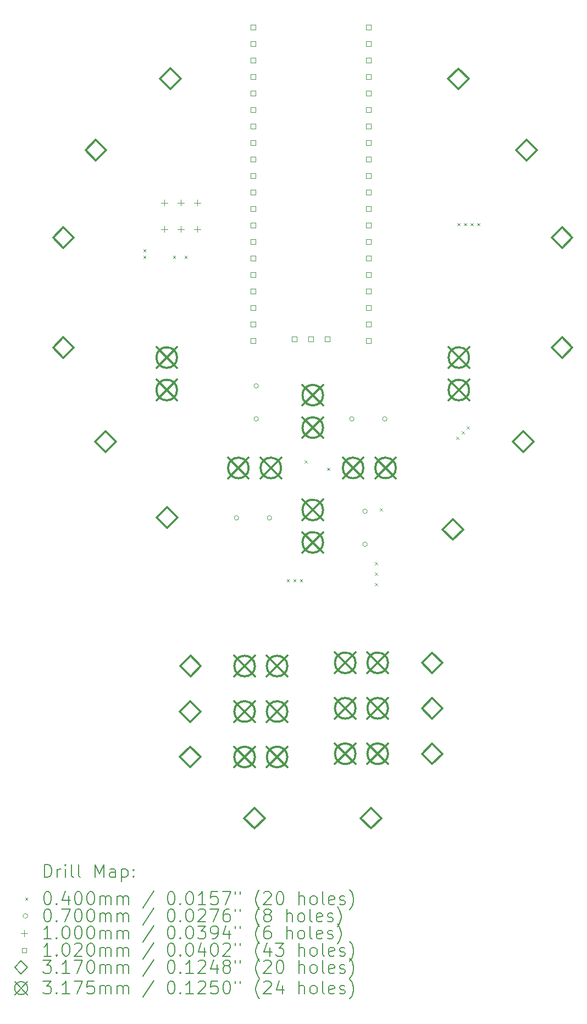
<source format=gbr>
%FSLAX45Y45*%
G04 Gerber Fmt 4.5, Leading zero omitted, Abs format (unit mm)*
G04 Created by KiCad (PCBNEW 6.0.2+dfsg-1) date 2022-09-12 11:49:23*
%MOMM*%
%LPD*%
G01*
G04 APERTURE LIST*
%ADD10C,0.200000*%
%ADD11C,0.040000*%
%ADD12C,0.070000*%
%ADD13C,0.100000*%
%ADD14C,0.102000*%
%ADD15C,0.317000*%
%ADD16C,0.317500*%
G04 APERTURE END LIST*
D10*
D11*
X12383000Y-7548400D02*
X12423000Y-7588400D01*
X12423000Y-7548400D02*
X12383000Y-7588400D01*
X12383000Y-7650000D02*
X12423000Y-7690000D01*
X12423000Y-7650000D02*
X12383000Y-7690000D01*
X12840200Y-7650000D02*
X12880200Y-7690000D01*
X12880200Y-7650000D02*
X12840200Y-7690000D01*
X13018000Y-7650000D02*
X13058000Y-7690000D01*
X13058000Y-7650000D02*
X13018000Y-7690000D01*
X14592366Y-12628400D02*
X14632366Y-12668400D01*
X14632366Y-12628400D02*
X14592366Y-12668400D01*
X14694400Y-12628400D02*
X14734400Y-12668400D01*
X14734400Y-12628400D02*
X14694400Y-12668400D01*
X14796000Y-12628400D02*
X14836000Y-12668400D01*
X14836000Y-12628400D02*
X14796000Y-12668400D01*
X14864400Y-10800400D02*
X14904400Y-10840400D01*
X14904400Y-10800400D02*
X14864400Y-10840400D01*
X15215100Y-10913900D02*
X15255100Y-10953900D01*
X15255100Y-10913900D02*
X15215100Y-10953900D01*
X15953800Y-12365400D02*
X15993800Y-12405400D01*
X15993800Y-12365400D02*
X15953800Y-12405400D01*
X15953800Y-12525400D02*
X15993800Y-12565400D01*
X15993800Y-12525400D02*
X15953800Y-12565400D01*
X15953800Y-12685400D02*
X15993800Y-12725400D01*
X15993800Y-12685400D02*
X15953800Y-12725400D01*
X16027900Y-11536200D02*
X16067900Y-11576200D01*
X16067900Y-11536200D02*
X16027900Y-11576200D01*
X17202100Y-10437100D02*
X17242100Y-10477100D01*
X17242100Y-10437100D02*
X17202100Y-10477100D01*
X17223800Y-7145400D02*
X17263800Y-7185400D01*
X17263800Y-7145400D02*
X17223800Y-7185400D01*
X17291000Y-10348200D02*
X17331000Y-10388200D01*
X17331000Y-10348200D02*
X17291000Y-10388200D01*
X17323800Y-7145400D02*
X17363800Y-7185400D01*
X17363800Y-7145400D02*
X17323800Y-7185400D01*
X17367200Y-10272000D02*
X17407200Y-10312000D01*
X17407200Y-10272000D02*
X17367200Y-10312000D01*
X17423800Y-7145400D02*
X17463800Y-7185400D01*
X17463800Y-7145400D02*
X17423800Y-7185400D01*
X17523800Y-7145400D02*
X17563800Y-7185400D01*
X17563800Y-7145400D02*
X17523800Y-7185400D01*
D12*
X13852600Y-11684000D02*
G75*
G03*
X13852600Y-11684000I-35000J0D01*
G01*
X14157400Y-9652000D02*
G75*
G03*
X14157400Y-9652000I-35000J0D01*
G01*
X14157400Y-10160000D02*
G75*
G03*
X14157400Y-10160000I-35000J0D01*
G01*
X14360600Y-11684000D02*
G75*
G03*
X14360600Y-11684000I-35000J0D01*
G01*
X15630600Y-10160000D02*
G75*
G03*
X15630600Y-10160000I-35000J0D01*
G01*
X15833800Y-11582400D02*
G75*
G03*
X15833800Y-11582400I-35000J0D01*
G01*
X15833800Y-12090400D02*
G75*
G03*
X15833800Y-12090400I-35000J0D01*
G01*
X16138600Y-10160000D02*
G75*
G03*
X16138600Y-10160000I-35000J0D01*
G01*
D13*
X12709300Y-6781800D02*
X12709300Y-6881800D01*
X12659300Y-6831800D02*
X12759300Y-6831800D01*
X12709300Y-7188200D02*
X12709300Y-7288200D01*
X12659300Y-7238200D02*
X12759300Y-7238200D01*
X12963300Y-6781800D02*
X12963300Y-6881800D01*
X12913300Y-6831800D02*
X13013300Y-6831800D01*
X12963300Y-7188200D02*
X12963300Y-7288200D01*
X12913300Y-7238200D02*
X13013300Y-7238200D01*
X13217300Y-6781800D02*
X13217300Y-6881800D01*
X13167300Y-6831800D02*
X13267300Y-6831800D01*
X13217300Y-7188200D02*
X13217300Y-7288200D01*
X13167300Y-7238200D02*
X13267300Y-7238200D01*
D14*
X14110863Y-4165463D02*
X14110863Y-4093337D01*
X14038737Y-4093337D01*
X14038737Y-4165463D01*
X14110863Y-4165463D01*
X14110863Y-4419463D02*
X14110863Y-4347337D01*
X14038737Y-4347337D01*
X14038737Y-4419463D01*
X14110863Y-4419463D01*
X14110863Y-4673463D02*
X14110863Y-4601337D01*
X14038737Y-4601337D01*
X14038737Y-4673463D01*
X14110863Y-4673463D01*
X14110863Y-4927463D02*
X14110863Y-4855337D01*
X14038737Y-4855337D01*
X14038737Y-4927463D01*
X14110863Y-4927463D01*
X14110863Y-5181463D02*
X14110863Y-5109337D01*
X14038737Y-5109337D01*
X14038737Y-5181463D01*
X14110863Y-5181463D01*
X14110863Y-5435463D02*
X14110863Y-5363337D01*
X14038737Y-5363337D01*
X14038737Y-5435463D01*
X14110863Y-5435463D01*
X14110863Y-5689463D02*
X14110863Y-5617337D01*
X14038737Y-5617337D01*
X14038737Y-5689463D01*
X14110863Y-5689463D01*
X14110863Y-5943463D02*
X14110863Y-5871337D01*
X14038737Y-5871337D01*
X14038737Y-5943463D01*
X14110863Y-5943463D01*
X14110863Y-6197463D02*
X14110863Y-6125337D01*
X14038737Y-6125337D01*
X14038737Y-6197463D01*
X14110863Y-6197463D01*
X14110863Y-6451463D02*
X14110863Y-6379337D01*
X14038737Y-6379337D01*
X14038737Y-6451463D01*
X14110863Y-6451463D01*
X14110863Y-6705463D02*
X14110863Y-6633337D01*
X14038737Y-6633337D01*
X14038737Y-6705463D01*
X14110863Y-6705463D01*
X14110863Y-6959463D02*
X14110863Y-6887337D01*
X14038737Y-6887337D01*
X14038737Y-6959463D01*
X14110863Y-6959463D01*
X14110863Y-7213463D02*
X14110863Y-7141337D01*
X14038737Y-7141337D01*
X14038737Y-7213463D01*
X14110863Y-7213463D01*
X14110863Y-7467463D02*
X14110863Y-7395337D01*
X14038737Y-7395337D01*
X14038737Y-7467463D01*
X14110863Y-7467463D01*
X14110863Y-7721463D02*
X14110863Y-7649337D01*
X14038737Y-7649337D01*
X14038737Y-7721463D01*
X14110863Y-7721463D01*
X14110863Y-7975463D02*
X14110863Y-7903337D01*
X14038737Y-7903337D01*
X14038737Y-7975463D01*
X14110863Y-7975463D01*
X14110863Y-8229463D02*
X14110863Y-8157337D01*
X14038737Y-8157337D01*
X14038737Y-8229463D01*
X14110863Y-8229463D01*
X14110863Y-8483463D02*
X14110863Y-8411337D01*
X14038737Y-8411337D01*
X14038737Y-8483463D01*
X14110863Y-8483463D01*
X14110863Y-8737463D02*
X14110863Y-8665337D01*
X14038737Y-8665337D01*
X14038737Y-8737463D01*
X14110863Y-8737463D01*
X14110863Y-8991463D02*
X14110863Y-8919337D01*
X14038737Y-8919337D01*
X14038737Y-8991463D01*
X14110863Y-8991463D01*
X14745863Y-8968463D02*
X14745863Y-8896337D01*
X14673737Y-8896337D01*
X14673737Y-8968463D01*
X14745863Y-8968463D01*
X14999863Y-8968463D02*
X14999863Y-8896337D01*
X14927737Y-8896337D01*
X14927737Y-8968463D01*
X14999863Y-8968463D01*
X15253863Y-8968463D02*
X15253863Y-8896337D01*
X15181737Y-8896337D01*
X15181737Y-8968463D01*
X15253863Y-8968463D01*
X15888863Y-4165463D02*
X15888863Y-4093337D01*
X15816737Y-4093337D01*
X15816737Y-4165463D01*
X15888863Y-4165463D01*
X15888863Y-4419463D02*
X15888863Y-4347337D01*
X15816737Y-4347337D01*
X15816737Y-4419463D01*
X15888863Y-4419463D01*
X15888863Y-4673463D02*
X15888863Y-4601337D01*
X15816737Y-4601337D01*
X15816737Y-4673463D01*
X15888863Y-4673463D01*
X15888863Y-4927463D02*
X15888863Y-4855337D01*
X15816737Y-4855337D01*
X15816737Y-4927463D01*
X15888863Y-4927463D01*
X15888863Y-5181463D02*
X15888863Y-5109337D01*
X15816737Y-5109337D01*
X15816737Y-5181463D01*
X15888863Y-5181463D01*
X15888863Y-5435463D02*
X15888863Y-5363337D01*
X15816737Y-5363337D01*
X15816737Y-5435463D01*
X15888863Y-5435463D01*
X15888863Y-5689463D02*
X15888863Y-5617337D01*
X15816737Y-5617337D01*
X15816737Y-5689463D01*
X15888863Y-5689463D01*
X15888863Y-5943463D02*
X15888863Y-5871337D01*
X15816737Y-5871337D01*
X15816737Y-5943463D01*
X15888863Y-5943463D01*
X15888863Y-6197463D02*
X15888863Y-6125337D01*
X15816737Y-6125337D01*
X15816737Y-6197463D01*
X15888863Y-6197463D01*
X15888863Y-6451463D02*
X15888863Y-6379337D01*
X15816737Y-6379337D01*
X15816737Y-6451463D01*
X15888863Y-6451463D01*
X15888863Y-6705463D02*
X15888863Y-6633337D01*
X15816737Y-6633337D01*
X15816737Y-6705463D01*
X15888863Y-6705463D01*
X15888863Y-6959463D02*
X15888863Y-6887337D01*
X15816737Y-6887337D01*
X15816737Y-6959463D01*
X15888863Y-6959463D01*
X15888863Y-7213463D02*
X15888863Y-7141337D01*
X15816737Y-7141337D01*
X15816737Y-7213463D01*
X15888863Y-7213463D01*
X15888863Y-7467463D02*
X15888863Y-7395337D01*
X15816737Y-7395337D01*
X15816737Y-7467463D01*
X15888863Y-7467463D01*
X15888863Y-7721463D02*
X15888863Y-7649337D01*
X15816737Y-7649337D01*
X15816737Y-7721463D01*
X15888863Y-7721463D01*
X15888863Y-7975463D02*
X15888863Y-7903337D01*
X15816737Y-7903337D01*
X15816737Y-7975463D01*
X15888863Y-7975463D01*
X15888863Y-8229463D02*
X15888863Y-8157337D01*
X15816737Y-8157337D01*
X15816737Y-8229463D01*
X15888863Y-8229463D01*
X15888863Y-8483463D02*
X15888863Y-8411337D01*
X15816737Y-8411337D01*
X15816737Y-8483463D01*
X15888863Y-8483463D01*
X15888863Y-8737463D02*
X15888863Y-8665337D01*
X15816737Y-8665337D01*
X15816737Y-8737463D01*
X15888863Y-8737463D01*
X15888863Y-8991463D02*
X15888863Y-8919337D01*
X15816737Y-8919337D01*
X15816737Y-8991463D01*
X15888863Y-8991463D01*
D15*
X11153599Y-7525894D02*
X11312099Y-7367394D01*
X11153599Y-7208894D01*
X10995099Y-7367394D01*
X11153599Y-7525894D01*
X11153599Y-9221906D02*
X11312099Y-9063406D01*
X11153599Y-8904906D01*
X10995099Y-9063406D01*
X11153599Y-9221906D01*
X11651991Y-6179636D02*
X11810491Y-6021136D01*
X11651991Y-5862636D01*
X11493491Y-6021136D01*
X11651991Y-6179636D01*
X11801991Y-10668164D02*
X11960491Y-10509664D01*
X11801991Y-10351164D01*
X11643491Y-10509664D01*
X11801991Y-10668164D01*
X12751460Y-11835272D02*
X12909960Y-11676772D01*
X12751460Y-11518272D01*
X12592960Y-11676772D01*
X12751460Y-11835272D01*
X12799464Y-5082141D02*
X12957964Y-4923641D01*
X12799464Y-4765141D01*
X12640964Y-4923641D01*
X12799464Y-5082141D01*
X13103800Y-14823900D02*
X13262300Y-14665400D01*
X13103800Y-14506900D01*
X12945300Y-14665400D01*
X13103800Y-14823900D01*
X13103800Y-15523900D02*
X13262300Y-15365400D01*
X13103800Y-15206900D01*
X12945300Y-15365400D01*
X13103800Y-15523900D01*
X13109800Y-14123900D02*
X13268300Y-13965400D01*
X13109800Y-13806900D01*
X12951300Y-13965400D01*
X13109800Y-14123900D01*
X14095536Y-16464052D02*
X14254036Y-16305552D01*
X14095536Y-16147052D01*
X13937036Y-16305552D01*
X14095536Y-16464052D01*
X15892063Y-16464052D02*
X16050563Y-16305552D01*
X15892063Y-16147052D01*
X15733563Y-16305552D01*
X15892063Y-16464052D01*
X16833800Y-14073900D02*
X16992300Y-13915400D01*
X16833800Y-13756900D01*
X16675300Y-13915400D01*
X16833800Y-14073900D01*
X16833800Y-14773900D02*
X16992300Y-14615400D01*
X16833800Y-14456900D01*
X16675300Y-14615400D01*
X16833800Y-14773900D01*
X16833800Y-15473900D02*
X16992300Y-15315400D01*
X16833800Y-15156900D01*
X16675300Y-15315400D01*
X16833800Y-15473900D01*
X17152800Y-12019500D02*
X17311300Y-11861000D01*
X17152800Y-11702500D01*
X16994300Y-11861000D01*
X17152800Y-12019500D01*
X17238501Y-5082381D02*
X17397001Y-4923881D01*
X17238501Y-4765381D01*
X17080001Y-4923881D01*
X17238501Y-5082381D01*
X18235659Y-10668093D02*
X18394159Y-10509593D01*
X18235659Y-10351093D01*
X18077159Y-10509593D01*
X18235659Y-10668093D01*
X18285609Y-6179636D02*
X18444109Y-6021136D01*
X18285609Y-5862636D01*
X18127109Y-6021136D01*
X18285609Y-6179636D01*
X18833984Y-7525808D02*
X18992484Y-7367308D01*
X18833984Y-7208808D01*
X18675484Y-7367308D01*
X18833984Y-7525808D01*
X18834001Y-9221906D02*
X18992501Y-9063406D01*
X18834001Y-8904906D01*
X18675501Y-9063406D01*
X18834001Y-9221906D01*
D16*
X12585050Y-9056650D02*
X12902550Y-9374150D01*
X12902550Y-9056650D02*
X12585050Y-9374150D01*
X12902550Y-9215400D02*
G75*
G03*
X12902550Y-9215400I-158750J0D01*
G01*
X12585050Y-9556650D02*
X12902550Y-9874150D01*
X12902550Y-9556650D02*
X12585050Y-9874150D01*
X12902550Y-9715400D02*
G75*
G03*
X12902550Y-9715400I-158750J0D01*
G01*
X13689050Y-10756650D02*
X14006550Y-11074150D01*
X14006550Y-10756650D02*
X13689050Y-11074150D01*
X14006550Y-10915400D02*
G75*
G03*
X14006550Y-10915400I-158750J0D01*
G01*
X13785050Y-13806650D02*
X14102550Y-14124150D01*
X14102550Y-13806650D02*
X13785050Y-14124150D01*
X14102550Y-13965400D02*
G75*
G03*
X14102550Y-13965400I-158750J0D01*
G01*
X13785050Y-14506650D02*
X14102550Y-14824150D01*
X14102550Y-14506650D02*
X13785050Y-14824150D01*
X14102550Y-14665400D02*
G75*
G03*
X14102550Y-14665400I-158750J0D01*
G01*
X13785050Y-15206650D02*
X14102550Y-15524150D01*
X14102550Y-15206650D02*
X13785050Y-15524150D01*
X14102550Y-15365400D02*
G75*
G03*
X14102550Y-15365400I-158750J0D01*
G01*
X14189050Y-10756650D02*
X14506550Y-11074150D01*
X14506550Y-10756650D02*
X14189050Y-11074150D01*
X14506550Y-10915400D02*
G75*
G03*
X14506550Y-10915400I-158750J0D01*
G01*
X14285050Y-13806650D02*
X14602550Y-14124150D01*
X14602550Y-13806650D02*
X14285050Y-14124150D01*
X14602550Y-13965400D02*
G75*
G03*
X14602550Y-13965400I-158750J0D01*
G01*
X14285050Y-14506650D02*
X14602550Y-14824150D01*
X14602550Y-14506650D02*
X14285050Y-14824150D01*
X14602550Y-14665400D02*
G75*
G03*
X14602550Y-14665400I-158750J0D01*
G01*
X14285050Y-15206650D02*
X14602550Y-15524150D01*
X14602550Y-15206650D02*
X14285050Y-15524150D01*
X14602550Y-15365400D02*
G75*
G03*
X14602550Y-15365400I-158750J0D01*
G01*
X14835050Y-9635650D02*
X15152550Y-9953150D01*
X15152550Y-9635650D02*
X14835050Y-9953150D01*
X15152550Y-9794400D02*
G75*
G03*
X15152550Y-9794400I-158750J0D01*
G01*
X14835050Y-10135650D02*
X15152550Y-10453150D01*
X15152550Y-10135650D02*
X14835050Y-10453150D01*
X15152550Y-10294400D02*
G75*
G03*
X15152550Y-10294400I-158750J0D01*
G01*
X14835050Y-11402650D02*
X15152550Y-11720150D01*
X15152550Y-11402650D02*
X14835050Y-11720150D01*
X15152550Y-11561400D02*
G75*
G03*
X15152550Y-11561400I-158750J0D01*
G01*
X14835050Y-11902650D02*
X15152550Y-12220150D01*
X15152550Y-11902650D02*
X14835050Y-12220150D01*
X15152550Y-12061400D02*
G75*
G03*
X15152550Y-12061400I-158750J0D01*
G01*
X15335050Y-13756650D02*
X15652550Y-14074150D01*
X15652550Y-13756650D02*
X15335050Y-14074150D01*
X15652550Y-13915400D02*
G75*
G03*
X15652550Y-13915400I-158750J0D01*
G01*
X15335050Y-14456650D02*
X15652550Y-14774150D01*
X15652550Y-14456650D02*
X15335050Y-14774150D01*
X15652550Y-14615400D02*
G75*
G03*
X15652550Y-14615400I-158750J0D01*
G01*
X15335050Y-15156650D02*
X15652550Y-15474150D01*
X15652550Y-15156650D02*
X15335050Y-15474150D01*
X15652550Y-15315400D02*
G75*
G03*
X15652550Y-15315400I-158750J0D01*
G01*
X15456050Y-10756650D02*
X15773550Y-11074150D01*
X15773550Y-10756650D02*
X15456050Y-11074150D01*
X15773550Y-10915400D02*
G75*
G03*
X15773550Y-10915400I-158750J0D01*
G01*
X15835050Y-13756650D02*
X16152550Y-14074150D01*
X16152550Y-13756650D02*
X15835050Y-14074150D01*
X16152550Y-13915400D02*
G75*
G03*
X16152550Y-13915400I-158750J0D01*
G01*
X15835050Y-14456650D02*
X16152550Y-14774150D01*
X16152550Y-14456650D02*
X15835050Y-14774150D01*
X16152550Y-14615400D02*
G75*
G03*
X16152550Y-14615400I-158750J0D01*
G01*
X15835050Y-15156650D02*
X16152550Y-15474150D01*
X16152550Y-15156650D02*
X15835050Y-15474150D01*
X16152550Y-15315400D02*
G75*
G03*
X16152550Y-15315400I-158750J0D01*
G01*
X15956050Y-10756650D02*
X16273550Y-11074150D01*
X16273550Y-10756650D02*
X15956050Y-11074150D01*
X16273550Y-10915400D02*
G75*
G03*
X16273550Y-10915400I-158750J0D01*
G01*
X17085050Y-9056650D02*
X17402550Y-9374150D01*
X17402550Y-9056650D02*
X17085050Y-9374150D01*
X17402550Y-9215400D02*
G75*
G03*
X17402550Y-9215400I-158750J0D01*
G01*
X17085050Y-9556650D02*
X17402550Y-9874150D01*
X17402550Y-9556650D02*
X17085050Y-9874150D01*
X17402550Y-9715400D02*
G75*
G03*
X17402550Y-9715400I-158750J0D01*
G01*
D10*
X10858842Y-17218504D02*
X10858842Y-17018504D01*
X10906461Y-17018504D01*
X10935033Y-17028028D01*
X10954081Y-17047076D01*
X10963604Y-17066123D01*
X10973128Y-17104218D01*
X10973128Y-17132790D01*
X10963604Y-17170885D01*
X10954081Y-17189933D01*
X10935033Y-17208980D01*
X10906461Y-17218504D01*
X10858842Y-17218504D01*
X11058842Y-17218504D02*
X11058842Y-17085171D01*
X11058842Y-17123266D02*
X11068366Y-17104218D01*
X11077890Y-17094695D01*
X11096938Y-17085171D01*
X11115985Y-17085171D01*
X11182652Y-17218504D02*
X11182652Y-17085171D01*
X11182652Y-17018504D02*
X11173128Y-17028028D01*
X11182652Y-17037552D01*
X11192176Y-17028028D01*
X11182652Y-17018504D01*
X11182652Y-17037552D01*
X11306461Y-17218504D02*
X11287414Y-17208980D01*
X11277890Y-17189933D01*
X11277890Y-17018504D01*
X11411223Y-17218504D02*
X11392176Y-17208980D01*
X11382652Y-17189933D01*
X11382652Y-17018504D01*
X11639795Y-17218504D02*
X11639795Y-17018504D01*
X11706461Y-17161361D01*
X11773128Y-17018504D01*
X11773128Y-17218504D01*
X11954080Y-17218504D02*
X11954080Y-17113742D01*
X11944557Y-17094695D01*
X11925509Y-17085171D01*
X11887414Y-17085171D01*
X11868366Y-17094695D01*
X11954080Y-17208980D02*
X11935033Y-17218504D01*
X11887414Y-17218504D01*
X11868366Y-17208980D01*
X11858842Y-17189933D01*
X11858842Y-17170885D01*
X11868366Y-17151838D01*
X11887414Y-17142314D01*
X11935033Y-17142314D01*
X11954080Y-17132790D01*
X12049319Y-17085171D02*
X12049319Y-17285171D01*
X12049319Y-17094695D02*
X12068366Y-17085171D01*
X12106461Y-17085171D01*
X12125509Y-17094695D01*
X12135033Y-17104218D01*
X12144557Y-17123266D01*
X12144557Y-17180409D01*
X12135033Y-17199457D01*
X12125509Y-17208980D01*
X12106461Y-17218504D01*
X12068366Y-17218504D01*
X12049319Y-17208980D01*
X12230271Y-17199457D02*
X12239795Y-17208980D01*
X12230271Y-17218504D01*
X12220747Y-17208980D01*
X12230271Y-17199457D01*
X12230271Y-17218504D01*
X12230271Y-17094695D02*
X12239795Y-17104218D01*
X12230271Y-17113742D01*
X12220747Y-17104218D01*
X12230271Y-17094695D01*
X12230271Y-17113742D01*
D11*
X10561223Y-17528028D02*
X10601223Y-17568028D01*
X10601223Y-17528028D02*
X10561223Y-17568028D01*
D10*
X10896938Y-17438504D02*
X10915985Y-17438504D01*
X10935033Y-17448028D01*
X10944557Y-17457552D01*
X10954081Y-17476599D01*
X10963604Y-17514695D01*
X10963604Y-17562314D01*
X10954081Y-17600409D01*
X10944557Y-17619457D01*
X10935033Y-17628980D01*
X10915985Y-17638504D01*
X10896938Y-17638504D01*
X10877890Y-17628980D01*
X10868366Y-17619457D01*
X10858842Y-17600409D01*
X10849319Y-17562314D01*
X10849319Y-17514695D01*
X10858842Y-17476599D01*
X10868366Y-17457552D01*
X10877890Y-17448028D01*
X10896938Y-17438504D01*
X11049319Y-17619457D02*
X11058842Y-17628980D01*
X11049319Y-17638504D01*
X11039795Y-17628980D01*
X11049319Y-17619457D01*
X11049319Y-17638504D01*
X11230271Y-17505171D02*
X11230271Y-17638504D01*
X11182652Y-17428980D02*
X11135033Y-17571838D01*
X11258842Y-17571838D01*
X11373128Y-17438504D02*
X11392176Y-17438504D01*
X11411223Y-17448028D01*
X11420747Y-17457552D01*
X11430271Y-17476599D01*
X11439795Y-17514695D01*
X11439795Y-17562314D01*
X11430271Y-17600409D01*
X11420747Y-17619457D01*
X11411223Y-17628980D01*
X11392176Y-17638504D01*
X11373128Y-17638504D01*
X11354080Y-17628980D01*
X11344557Y-17619457D01*
X11335033Y-17600409D01*
X11325509Y-17562314D01*
X11325509Y-17514695D01*
X11335033Y-17476599D01*
X11344557Y-17457552D01*
X11354080Y-17448028D01*
X11373128Y-17438504D01*
X11563604Y-17438504D02*
X11582652Y-17438504D01*
X11601699Y-17448028D01*
X11611223Y-17457552D01*
X11620747Y-17476599D01*
X11630271Y-17514695D01*
X11630271Y-17562314D01*
X11620747Y-17600409D01*
X11611223Y-17619457D01*
X11601699Y-17628980D01*
X11582652Y-17638504D01*
X11563604Y-17638504D01*
X11544557Y-17628980D01*
X11535033Y-17619457D01*
X11525509Y-17600409D01*
X11515985Y-17562314D01*
X11515985Y-17514695D01*
X11525509Y-17476599D01*
X11535033Y-17457552D01*
X11544557Y-17448028D01*
X11563604Y-17438504D01*
X11715985Y-17638504D02*
X11715985Y-17505171D01*
X11715985Y-17524218D02*
X11725509Y-17514695D01*
X11744557Y-17505171D01*
X11773128Y-17505171D01*
X11792176Y-17514695D01*
X11801699Y-17533742D01*
X11801699Y-17638504D01*
X11801699Y-17533742D02*
X11811223Y-17514695D01*
X11830271Y-17505171D01*
X11858842Y-17505171D01*
X11877890Y-17514695D01*
X11887414Y-17533742D01*
X11887414Y-17638504D01*
X11982652Y-17638504D02*
X11982652Y-17505171D01*
X11982652Y-17524218D02*
X11992176Y-17514695D01*
X12011223Y-17505171D01*
X12039795Y-17505171D01*
X12058842Y-17514695D01*
X12068366Y-17533742D01*
X12068366Y-17638504D01*
X12068366Y-17533742D02*
X12077890Y-17514695D01*
X12096938Y-17505171D01*
X12125509Y-17505171D01*
X12144557Y-17514695D01*
X12154080Y-17533742D01*
X12154080Y-17638504D01*
X12544557Y-17428980D02*
X12373128Y-17686123D01*
X12801699Y-17438504D02*
X12820747Y-17438504D01*
X12839795Y-17448028D01*
X12849319Y-17457552D01*
X12858842Y-17476599D01*
X12868366Y-17514695D01*
X12868366Y-17562314D01*
X12858842Y-17600409D01*
X12849319Y-17619457D01*
X12839795Y-17628980D01*
X12820747Y-17638504D01*
X12801699Y-17638504D01*
X12782652Y-17628980D01*
X12773128Y-17619457D01*
X12763604Y-17600409D01*
X12754080Y-17562314D01*
X12754080Y-17514695D01*
X12763604Y-17476599D01*
X12773128Y-17457552D01*
X12782652Y-17448028D01*
X12801699Y-17438504D01*
X12954080Y-17619457D02*
X12963604Y-17628980D01*
X12954080Y-17638504D01*
X12944557Y-17628980D01*
X12954080Y-17619457D01*
X12954080Y-17638504D01*
X13087414Y-17438504D02*
X13106461Y-17438504D01*
X13125509Y-17448028D01*
X13135033Y-17457552D01*
X13144557Y-17476599D01*
X13154080Y-17514695D01*
X13154080Y-17562314D01*
X13144557Y-17600409D01*
X13135033Y-17619457D01*
X13125509Y-17628980D01*
X13106461Y-17638504D01*
X13087414Y-17638504D01*
X13068366Y-17628980D01*
X13058842Y-17619457D01*
X13049319Y-17600409D01*
X13039795Y-17562314D01*
X13039795Y-17514695D01*
X13049319Y-17476599D01*
X13058842Y-17457552D01*
X13068366Y-17448028D01*
X13087414Y-17438504D01*
X13344557Y-17638504D02*
X13230271Y-17638504D01*
X13287414Y-17638504D02*
X13287414Y-17438504D01*
X13268366Y-17467076D01*
X13249319Y-17486123D01*
X13230271Y-17495647D01*
X13525509Y-17438504D02*
X13430271Y-17438504D01*
X13420747Y-17533742D01*
X13430271Y-17524218D01*
X13449319Y-17514695D01*
X13496938Y-17514695D01*
X13515985Y-17524218D01*
X13525509Y-17533742D01*
X13535033Y-17552790D01*
X13535033Y-17600409D01*
X13525509Y-17619457D01*
X13515985Y-17628980D01*
X13496938Y-17638504D01*
X13449319Y-17638504D01*
X13430271Y-17628980D01*
X13420747Y-17619457D01*
X13601699Y-17438504D02*
X13735033Y-17438504D01*
X13649319Y-17638504D01*
X13801699Y-17438504D02*
X13801699Y-17476599D01*
X13877890Y-17438504D02*
X13877890Y-17476599D01*
X14173128Y-17714695D02*
X14163604Y-17705171D01*
X14144557Y-17676599D01*
X14135033Y-17657552D01*
X14125509Y-17628980D01*
X14115985Y-17581361D01*
X14115985Y-17543266D01*
X14125509Y-17495647D01*
X14135033Y-17467076D01*
X14144557Y-17448028D01*
X14163604Y-17419457D01*
X14173128Y-17409933D01*
X14239795Y-17457552D02*
X14249319Y-17448028D01*
X14268366Y-17438504D01*
X14315985Y-17438504D01*
X14335033Y-17448028D01*
X14344557Y-17457552D01*
X14354080Y-17476599D01*
X14354080Y-17495647D01*
X14344557Y-17524218D01*
X14230271Y-17638504D01*
X14354080Y-17638504D01*
X14477890Y-17438504D02*
X14496938Y-17438504D01*
X14515985Y-17448028D01*
X14525509Y-17457552D01*
X14535033Y-17476599D01*
X14544557Y-17514695D01*
X14544557Y-17562314D01*
X14535033Y-17600409D01*
X14525509Y-17619457D01*
X14515985Y-17628980D01*
X14496938Y-17638504D01*
X14477890Y-17638504D01*
X14458842Y-17628980D01*
X14449319Y-17619457D01*
X14439795Y-17600409D01*
X14430271Y-17562314D01*
X14430271Y-17514695D01*
X14439795Y-17476599D01*
X14449319Y-17457552D01*
X14458842Y-17448028D01*
X14477890Y-17438504D01*
X14782652Y-17638504D02*
X14782652Y-17438504D01*
X14868366Y-17638504D02*
X14868366Y-17533742D01*
X14858842Y-17514695D01*
X14839795Y-17505171D01*
X14811223Y-17505171D01*
X14792176Y-17514695D01*
X14782652Y-17524218D01*
X14992176Y-17638504D02*
X14973128Y-17628980D01*
X14963604Y-17619457D01*
X14954080Y-17600409D01*
X14954080Y-17543266D01*
X14963604Y-17524218D01*
X14973128Y-17514695D01*
X14992176Y-17505171D01*
X15020747Y-17505171D01*
X15039795Y-17514695D01*
X15049319Y-17524218D01*
X15058842Y-17543266D01*
X15058842Y-17600409D01*
X15049319Y-17619457D01*
X15039795Y-17628980D01*
X15020747Y-17638504D01*
X14992176Y-17638504D01*
X15173128Y-17638504D02*
X15154080Y-17628980D01*
X15144557Y-17609933D01*
X15144557Y-17438504D01*
X15325509Y-17628980D02*
X15306461Y-17638504D01*
X15268366Y-17638504D01*
X15249319Y-17628980D01*
X15239795Y-17609933D01*
X15239795Y-17533742D01*
X15249319Y-17514695D01*
X15268366Y-17505171D01*
X15306461Y-17505171D01*
X15325509Y-17514695D01*
X15335033Y-17533742D01*
X15335033Y-17552790D01*
X15239795Y-17571838D01*
X15411223Y-17628980D02*
X15430271Y-17638504D01*
X15468366Y-17638504D01*
X15487414Y-17628980D01*
X15496938Y-17609933D01*
X15496938Y-17600409D01*
X15487414Y-17581361D01*
X15468366Y-17571838D01*
X15439795Y-17571838D01*
X15420747Y-17562314D01*
X15411223Y-17543266D01*
X15411223Y-17533742D01*
X15420747Y-17514695D01*
X15439795Y-17505171D01*
X15468366Y-17505171D01*
X15487414Y-17514695D01*
X15563604Y-17714695D02*
X15573128Y-17705171D01*
X15592176Y-17676599D01*
X15601699Y-17657552D01*
X15611223Y-17628980D01*
X15620747Y-17581361D01*
X15620747Y-17543266D01*
X15611223Y-17495647D01*
X15601699Y-17467076D01*
X15592176Y-17448028D01*
X15573128Y-17419457D01*
X15563604Y-17409933D01*
D12*
X10601223Y-17812028D02*
G75*
G03*
X10601223Y-17812028I-35000J0D01*
G01*
D10*
X10896938Y-17702504D02*
X10915985Y-17702504D01*
X10935033Y-17712028D01*
X10944557Y-17721552D01*
X10954081Y-17740599D01*
X10963604Y-17778695D01*
X10963604Y-17826314D01*
X10954081Y-17864409D01*
X10944557Y-17883457D01*
X10935033Y-17892980D01*
X10915985Y-17902504D01*
X10896938Y-17902504D01*
X10877890Y-17892980D01*
X10868366Y-17883457D01*
X10858842Y-17864409D01*
X10849319Y-17826314D01*
X10849319Y-17778695D01*
X10858842Y-17740599D01*
X10868366Y-17721552D01*
X10877890Y-17712028D01*
X10896938Y-17702504D01*
X11049319Y-17883457D02*
X11058842Y-17892980D01*
X11049319Y-17902504D01*
X11039795Y-17892980D01*
X11049319Y-17883457D01*
X11049319Y-17902504D01*
X11125509Y-17702504D02*
X11258842Y-17702504D01*
X11173128Y-17902504D01*
X11373128Y-17702504D02*
X11392176Y-17702504D01*
X11411223Y-17712028D01*
X11420747Y-17721552D01*
X11430271Y-17740599D01*
X11439795Y-17778695D01*
X11439795Y-17826314D01*
X11430271Y-17864409D01*
X11420747Y-17883457D01*
X11411223Y-17892980D01*
X11392176Y-17902504D01*
X11373128Y-17902504D01*
X11354080Y-17892980D01*
X11344557Y-17883457D01*
X11335033Y-17864409D01*
X11325509Y-17826314D01*
X11325509Y-17778695D01*
X11335033Y-17740599D01*
X11344557Y-17721552D01*
X11354080Y-17712028D01*
X11373128Y-17702504D01*
X11563604Y-17702504D02*
X11582652Y-17702504D01*
X11601699Y-17712028D01*
X11611223Y-17721552D01*
X11620747Y-17740599D01*
X11630271Y-17778695D01*
X11630271Y-17826314D01*
X11620747Y-17864409D01*
X11611223Y-17883457D01*
X11601699Y-17892980D01*
X11582652Y-17902504D01*
X11563604Y-17902504D01*
X11544557Y-17892980D01*
X11535033Y-17883457D01*
X11525509Y-17864409D01*
X11515985Y-17826314D01*
X11515985Y-17778695D01*
X11525509Y-17740599D01*
X11535033Y-17721552D01*
X11544557Y-17712028D01*
X11563604Y-17702504D01*
X11715985Y-17902504D02*
X11715985Y-17769171D01*
X11715985Y-17788218D02*
X11725509Y-17778695D01*
X11744557Y-17769171D01*
X11773128Y-17769171D01*
X11792176Y-17778695D01*
X11801699Y-17797742D01*
X11801699Y-17902504D01*
X11801699Y-17797742D02*
X11811223Y-17778695D01*
X11830271Y-17769171D01*
X11858842Y-17769171D01*
X11877890Y-17778695D01*
X11887414Y-17797742D01*
X11887414Y-17902504D01*
X11982652Y-17902504D02*
X11982652Y-17769171D01*
X11982652Y-17788218D02*
X11992176Y-17778695D01*
X12011223Y-17769171D01*
X12039795Y-17769171D01*
X12058842Y-17778695D01*
X12068366Y-17797742D01*
X12068366Y-17902504D01*
X12068366Y-17797742D02*
X12077890Y-17778695D01*
X12096938Y-17769171D01*
X12125509Y-17769171D01*
X12144557Y-17778695D01*
X12154080Y-17797742D01*
X12154080Y-17902504D01*
X12544557Y-17692980D02*
X12373128Y-17950123D01*
X12801699Y-17702504D02*
X12820747Y-17702504D01*
X12839795Y-17712028D01*
X12849319Y-17721552D01*
X12858842Y-17740599D01*
X12868366Y-17778695D01*
X12868366Y-17826314D01*
X12858842Y-17864409D01*
X12849319Y-17883457D01*
X12839795Y-17892980D01*
X12820747Y-17902504D01*
X12801699Y-17902504D01*
X12782652Y-17892980D01*
X12773128Y-17883457D01*
X12763604Y-17864409D01*
X12754080Y-17826314D01*
X12754080Y-17778695D01*
X12763604Y-17740599D01*
X12773128Y-17721552D01*
X12782652Y-17712028D01*
X12801699Y-17702504D01*
X12954080Y-17883457D02*
X12963604Y-17892980D01*
X12954080Y-17902504D01*
X12944557Y-17892980D01*
X12954080Y-17883457D01*
X12954080Y-17902504D01*
X13087414Y-17702504D02*
X13106461Y-17702504D01*
X13125509Y-17712028D01*
X13135033Y-17721552D01*
X13144557Y-17740599D01*
X13154080Y-17778695D01*
X13154080Y-17826314D01*
X13144557Y-17864409D01*
X13135033Y-17883457D01*
X13125509Y-17892980D01*
X13106461Y-17902504D01*
X13087414Y-17902504D01*
X13068366Y-17892980D01*
X13058842Y-17883457D01*
X13049319Y-17864409D01*
X13039795Y-17826314D01*
X13039795Y-17778695D01*
X13049319Y-17740599D01*
X13058842Y-17721552D01*
X13068366Y-17712028D01*
X13087414Y-17702504D01*
X13230271Y-17721552D02*
X13239795Y-17712028D01*
X13258842Y-17702504D01*
X13306461Y-17702504D01*
X13325509Y-17712028D01*
X13335033Y-17721552D01*
X13344557Y-17740599D01*
X13344557Y-17759647D01*
X13335033Y-17788218D01*
X13220747Y-17902504D01*
X13344557Y-17902504D01*
X13411223Y-17702504D02*
X13544557Y-17702504D01*
X13458842Y-17902504D01*
X13706461Y-17702504D02*
X13668366Y-17702504D01*
X13649319Y-17712028D01*
X13639795Y-17721552D01*
X13620747Y-17750123D01*
X13611223Y-17788218D01*
X13611223Y-17864409D01*
X13620747Y-17883457D01*
X13630271Y-17892980D01*
X13649319Y-17902504D01*
X13687414Y-17902504D01*
X13706461Y-17892980D01*
X13715985Y-17883457D01*
X13725509Y-17864409D01*
X13725509Y-17816790D01*
X13715985Y-17797742D01*
X13706461Y-17788218D01*
X13687414Y-17778695D01*
X13649319Y-17778695D01*
X13630271Y-17788218D01*
X13620747Y-17797742D01*
X13611223Y-17816790D01*
X13801699Y-17702504D02*
X13801699Y-17740599D01*
X13877890Y-17702504D02*
X13877890Y-17740599D01*
X14173128Y-17978695D02*
X14163604Y-17969171D01*
X14144557Y-17940599D01*
X14135033Y-17921552D01*
X14125509Y-17892980D01*
X14115985Y-17845361D01*
X14115985Y-17807266D01*
X14125509Y-17759647D01*
X14135033Y-17731076D01*
X14144557Y-17712028D01*
X14163604Y-17683457D01*
X14173128Y-17673933D01*
X14277890Y-17788218D02*
X14258842Y-17778695D01*
X14249319Y-17769171D01*
X14239795Y-17750123D01*
X14239795Y-17740599D01*
X14249319Y-17721552D01*
X14258842Y-17712028D01*
X14277890Y-17702504D01*
X14315985Y-17702504D01*
X14335033Y-17712028D01*
X14344557Y-17721552D01*
X14354080Y-17740599D01*
X14354080Y-17750123D01*
X14344557Y-17769171D01*
X14335033Y-17778695D01*
X14315985Y-17788218D01*
X14277890Y-17788218D01*
X14258842Y-17797742D01*
X14249319Y-17807266D01*
X14239795Y-17826314D01*
X14239795Y-17864409D01*
X14249319Y-17883457D01*
X14258842Y-17892980D01*
X14277890Y-17902504D01*
X14315985Y-17902504D01*
X14335033Y-17892980D01*
X14344557Y-17883457D01*
X14354080Y-17864409D01*
X14354080Y-17826314D01*
X14344557Y-17807266D01*
X14335033Y-17797742D01*
X14315985Y-17788218D01*
X14592176Y-17902504D02*
X14592176Y-17702504D01*
X14677890Y-17902504D02*
X14677890Y-17797742D01*
X14668366Y-17778695D01*
X14649319Y-17769171D01*
X14620747Y-17769171D01*
X14601699Y-17778695D01*
X14592176Y-17788218D01*
X14801699Y-17902504D02*
X14782652Y-17892980D01*
X14773128Y-17883457D01*
X14763604Y-17864409D01*
X14763604Y-17807266D01*
X14773128Y-17788218D01*
X14782652Y-17778695D01*
X14801699Y-17769171D01*
X14830271Y-17769171D01*
X14849319Y-17778695D01*
X14858842Y-17788218D01*
X14868366Y-17807266D01*
X14868366Y-17864409D01*
X14858842Y-17883457D01*
X14849319Y-17892980D01*
X14830271Y-17902504D01*
X14801699Y-17902504D01*
X14982652Y-17902504D02*
X14963604Y-17892980D01*
X14954080Y-17873933D01*
X14954080Y-17702504D01*
X15135033Y-17892980D02*
X15115985Y-17902504D01*
X15077890Y-17902504D01*
X15058842Y-17892980D01*
X15049319Y-17873933D01*
X15049319Y-17797742D01*
X15058842Y-17778695D01*
X15077890Y-17769171D01*
X15115985Y-17769171D01*
X15135033Y-17778695D01*
X15144557Y-17797742D01*
X15144557Y-17816790D01*
X15049319Y-17835838D01*
X15220747Y-17892980D02*
X15239795Y-17902504D01*
X15277890Y-17902504D01*
X15296938Y-17892980D01*
X15306461Y-17873933D01*
X15306461Y-17864409D01*
X15296938Y-17845361D01*
X15277890Y-17835838D01*
X15249319Y-17835838D01*
X15230271Y-17826314D01*
X15220747Y-17807266D01*
X15220747Y-17797742D01*
X15230271Y-17778695D01*
X15249319Y-17769171D01*
X15277890Y-17769171D01*
X15296938Y-17778695D01*
X15373128Y-17978695D02*
X15382652Y-17969171D01*
X15401699Y-17940599D01*
X15411223Y-17921552D01*
X15420747Y-17892980D01*
X15430271Y-17845361D01*
X15430271Y-17807266D01*
X15420747Y-17759647D01*
X15411223Y-17731076D01*
X15401699Y-17712028D01*
X15382652Y-17683457D01*
X15373128Y-17673933D01*
D13*
X10551223Y-18026028D02*
X10551223Y-18126028D01*
X10501223Y-18076028D02*
X10601223Y-18076028D01*
D10*
X10963604Y-18166504D02*
X10849319Y-18166504D01*
X10906461Y-18166504D02*
X10906461Y-17966504D01*
X10887414Y-17995076D01*
X10868366Y-18014123D01*
X10849319Y-18023647D01*
X11049319Y-18147457D02*
X11058842Y-18156980D01*
X11049319Y-18166504D01*
X11039795Y-18156980D01*
X11049319Y-18147457D01*
X11049319Y-18166504D01*
X11182652Y-17966504D02*
X11201699Y-17966504D01*
X11220747Y-17976028D01*
X11230271Y-17985552D01*
X11239795Y-18004599D01*
X11249319Y-18042695D01*
X11249319Y-18090314D01*
X11239795Y-18128409D01*
X11230271Y-18147457D01*
X11220747Y-18156980D01*
X11201699Y-18166504D01*
X11182652Y-18166504D01*
X11163604Y-18156980D01*
X11154081Y-18147457D01*
X11144557Y-18128409D01*
X11135033Y-18090314D01*
X11135033Y-18042695D01*
X11144557Y-18004599D01*
X11154081Y-17985552D01*
X11163604Y-17976028D01*
X11182652Y-17966504D01*
X11373128Y-17966504D02*
X11392176Y-17966504D01*
X11411223Y-17976028D01*
X11420747Y-17985552D01*
X11430271Y-18004599D01*
X11439795Y-18042695D01*
X11439795Y-18090314D01*
X11430271Y-18128409D01*
X11420747Y-18147457D01*
X11411223Y-18156980D01*
X11392176Y-18166504D01*
X11373128Y-18166504D01*
X11354080Y-18156980D01*
X11344557Y-18147457D01*
X11335033Y-18128409D01*
X11325509Y-18090314D01*
X11325509Y-18042695D01*
X11335033Y-18004599D01*
X11344557Y-17985552D01*
X11354080Y-17976028D01*
X11373128Y-17966504D01*
X11563604Y-17966504D02*
X11582652Y-17966504D01*
X11601699Y-17976028D01*
X11611223Y-17985552D01*
X11620747Y-18004599D01*
X11630271Y-18042695D01*
X11630271Y-18090314D01*
X11620747Y-18128409D01*
X11611223Y-18147457D01*
X11601699Y-18156980D01*
X11582652Y-18166504D01*
X11563604Y-18166504D01*
X11544557Y-18156980D01*
X11535033Y-18147457D01*
X11525509Y-18128409D01*
X11515985Y-18090314D01*
X11515985Y-18042695D01*
X11525509Y-18004599D01*
X11535033Y-17985552D01*
X11544557Y-17976028D01*
X11563604Y-17966504D01*
X11715985Y-18166504D02*
X11715985Y-18033171D01*
X11715985Y-18052218D02*
X11725509Y-18042695D01*
X11744557Y-18033171D01*
X11773128Y-18033171D01*
X11792176Y-18042695D01*
X11801699Y-18061742D01*
X11801699Y-18166504D01*
X11801699Y-18061742D02*
X11811223Y-18042695D01*
X11830271Y-18033171D01*
X11858842Y-18033171D01*
X11877890Y-18042695D01*
X11887414Y-18061742D01*
X11887414Y-18166504D01*
X11982652Y-18166504D02*
X11982652Y-18033171D01*
X11982652Y-18052218D02*
X11992176Y-18042695D01*
X12011223Y-18033171D01*
X12039795Y-18033171D01*
X12058842Y-18042695D01*
X12068366Y-18061742D01*
X12068366Y-18166504D01*
X12068366Y-18061742D02*
X12077890Y-18042695D01*
X12096938Y-18033171D01*
X12125509Y-18033171D01*
X12144557Y-18042695D01*
X12154080Y-18061742D01*
X12154080Y-18166504D01*
X12544557Y-17956980D02*
X12373128Y-18214123D01*
X12801699Y-17966504D02*
X12820747Y-17966504D01*
X12839795Y-17976028D01*
X12849319Y-17985552D01*
X12858842Y-18004599D01*
X12868366Y-18042695D01*
X12868366Y-18090314D01*
X12858842Y-18128409D01*
X12849319Y-18147457D01*
X12839795Y-18156980D01*
X12820747Y-18166504D01*
X12801699Y-18166504D01*
X12782652Y-18156980D01*
X12773128Y-18147457D01*
X12763604Y-18128409D01*
X12754080Y-18090314D01*
X12754080Y-18042695D01*
X12763604Y-18004599D01*
X12773128Y-17985552D01*
X12782652Y-17976028D01*
X12801699Y-17966504D01*
X12954080Y-18147457D02*
X12963604Y-18156980D01*
X12954080Y-18166504D01*
X12944557Y-18156980D01*
X12954080Y-18147457D01*
X12954080Y-18166504D01*
X13087414Y-17966504D02*
X13106461Y-17966504D01*
X13125509Y-17976028D01*
X13135033Y-17985552D01*
X13144557Y-18004599D01*
X13154080Y-18042695D01*
X13154080Y-18090314D01*
X13144557Y-18128409D01*
X13135033Y-18147457D01*
X13125509Y-18156980D01*
X13106461Y-18166504D01*
X13087414Y-18166504D01*
X13068366Y-18156980D01*
X13058842Y-18147457D01*
X13049319Y-18128409D01*
X13039795Y-18090314D01*
X13039795Y-18042695D01*
X13049319Y-18004599D01*
X13058842Y-17985552D01*
X13068366Y-17976028D01*
X13087414Y-17966504D01*
X13220747Y-17966504D02*
X13344557Y-17966504D01*
X13277890Y-18042695D01*
X13306461Y-18042695D01*
X13325509Y-18052218D01*
X13335033Y-18061742D01*
X13344557Y-18080790D01*
X13344557Y-18128409D01*
X13335033Y-18147457D01*
X13325509Y-18156980D01*
X13306461Y-18166504D01*
X13249319Y-18166504D01*
X13230271Y-18156980D01*
X13220747Y-18147457D01*
X13439795Y-18166504D02*
X13477890Y-18166504D01*
X13496938Y-18156980D01*
X13506461Y-18147457D01*
X13525509Y-18118885D01*
X13535033Y-18080790D01*
X13535033Y-18004599D01*
X13525509Y-17985552D01*
X13515985Y-17976028D01*
X13496938Y-17966504D01*
X13458842Y-17966504D01*
X13439795Y-17976028D01*
X13430271Y-17985552D01*
X13420747Y-18004599D01*
X13420747Y-18052218D01*
X13430271Y-18071266D01*
X13439795Y-18080790D01*
X13458842Y-18090314D01*
X13496938Y-18090314D01*
X13515985Y-18080790D01*
X13525509Y-18071266D01*
X13535033Y-18052218D01*
X13706461Y-18033171D02*
X13706461Y-18166504D01*
X13658842Y-17956980D02*
X13611223Y-18099838D01*
X13735033Y-18099838D01*
X13801699Y-17966504D02*
X13801699Y-18004599D01*
X13877890Y-17966504D02*
X13877890Y-18004599D01*
X14173128Y-18242695D02*
X14163604Y-18233171D01*
X14144557Y-18204599D01*
X14135033Y-18185552D01*
X14125509Y-18156980D01*
X14115985Y-18109361D01*
X14115985Y-18071266D01*
X14125509Y-18023647D01*
X14135033Y-17995076D01*
X14144557Y-17976028D01*
X14163604Y-17947457D01*
X14173128Y-17937933D01*
X14335033Y-17966504D02*
X14296938Y-17966504D01*
X14277890Y-17976028D01*
X14268366Y-17985552D01*
X14249319Y-18014123D01*
X14239795Y-18052218D01*
X14239795Y-18128409D01*
X14249319Y-18147457D01*
X14258842Y-18156980D01*
X14277890Y-18166504D01*
X14315985Y-18166504D01*
X14335033Y-18156980D01*
X14344557Y-18147457D01*
X14354080Y-18128409D01*
X14354080Y-18080790D01*
X14344557Y-18061742D01*
X14335033Y-18052218D01*
X14315985Y-18042695D01*
X14277890Y-18042695D01*
X14258842Y-18052218D01*
X14249319Y-18061742D01*
X14239795Y-18080790D01*
X14592176Y-18166504D02*
X14592176Y-17966504D01*
X14677890Y-18166504D02*
X14677890Y-18061742D01*
X14668366Y-18042695D01*
X14649319Y-18033171D01*
X14620747Y-18033171D01*
X14601699Y-18042695D01*
X14592176Y-18052218D01*
X14801699Y-18166504D02*
X14782652Y-18156980D01*
X14773128Y-18147457D01*
X14763604Y-18128409D01*
X14763604Y-18071266D01*
X14773128Y-18052218D01*
X14782652Y-18042695D01*
X14801699Y-18033171D01*
X14830271Y-18033171D01*
X14849319Y-18042695D01*
X14858842Y-18052218D01*
X14868366Y-18071266D01*
X14868366Y-18128409D01*
X14858842Y-18147457D01*
X14849319Y-18156980D01*
X14830271Y-18166504D01*
X14801699Y-18166504D01*
X14982652Y-18166504D02*
X14963604Y-18156980D01*
X14954080Y-18137933D01*
X14954080Y-17966504D01*
X15135033Y-18156980D02*
X15115985Y-18166504D01*
X15077890Y-18166504D01*
X15058842Y-18156980D01*
X15049319Y-18137933D01*
X15049319Y-18061742D01*
X15058842Y-18042695D01*
X15077890Y-18033171D01*
X15115985Y-18033171D01*
X15135033Y-18042695D01*
X15144557Y-18061742D01*
X15144557Y-18080790D01*
X15049319Y-18099838D01*
X15220747Y-18156980D02*
X15239795Y-18166504D01*
X15277890Y-18166504D01*
X15296938Y-18156980D01*
X15306461Y-18137933D01*
X15306461Y-18128409D01*
X15296938Y-18109361D01*
X15277890Y-18099838D01*
X15249319Y-18099838D01*
X15230271Y-18090314D01*
X15220747Y-18071266D01*
X15220747Y-18061742D01*
X15230271Y-18042695D01*
X15249319Y-18033171D01*
X15277890Y-18033171D01*
X15296938Y-18042695D01*
X15373128Y-18242695D02*
X15382652Y-18233171D01*
X15401699Y-18204599D01*
X15411223Y-18185552D01*
X15420747Y-18156980D01*
X15430271Y-18109361D01*
X15430271Y-18071266D01*
X15420747Y-18023647D01*
X15411223Y-17995076D01*
X15401699Y-17976028D01*
X15382652Y-17947457D01*
X15373128Y-17937933D01*
D14*
X10586286Y-18376091D02*
X10586286Y-18303965D01*
X10514161Y-18303965D01*
X10514161Y-18376091D01*
X10586286Y-18376091D01*
D10*
X10963604Y-18430504D02*
X10849319Y-18430504D01*
X10906461Y-18430504D02*
X10906461Y-18230504D01*
X10887414Y-18259076D01*
X10868366Y-18278123D01*
X10849319Y-18287647D01*
X11049319Y-18411457D02*
X11058842Y-18420980D01*
X11049319Y-18430504D01*
X11039795Y-18420980D01*
X11049319Y-18411457D01*
X11049319Y-18430504D01*
X11182652Y-18230504D02*
X11201699Y-18230504D01*
X11220747Y-18240028D01*
X11230271Y-18249552D01*
X11239795Y-18268599D01*
X11249319Y-18306695D01*
X11249319Y-18354314D01*
X11239795Y-18392409D01*
X11230271Y-18411457D01*
X11220747Y-18420980D01*
X11201699Y-18430504D01*
X11182652Y-18430504D01*
X11163604Y-18420980D01*
X11154081Y-18411457D01*
X11144557Y-18392409D01*
X11135033Y-18354314D01*
X11135033Y-18306695D01*
X11144557Y-18268599D01*
X11154081Y-18249552D01*
X11163604Y-18240028D01*
X11182652Y-18230504D01*
X11325509Y-18249552D02*
X11335033Y-18240028D01*
X11354080Y-18230504D01*
X11401699Y-18230504D01*
X11420747Y-18240028D01*
X11430271Y-18249552D01*
X11439795Y-18268599D01*
X11439795Y-18287647D01*
X11430271Y-18316218D01*
X11315985Y-18430504D01*
X11439795Y-18430504D01*
X11563604Y-18230504D02*
X11582652Y-18230504D01*
X11601699Y-18240028D01*
X11611223Y-18249552D01*
X11620747Y-18268599D01*
X11630271Y-18306695D01*
X11630271Y-18354314D01*
X11620747Y-18392409D01*
X11611223Y-18411457D01*
X11601699Y-18420980D01*
X11582652Y-18430504D01*
X11563604Y-18430504D01*
X11544557Y-18420980D01*
X11535033Y-18411457D01*
X11525509Y-18392409D01*
X11515985Y-18354314D01*
X11515985Y-18306695D01*
X11525509Y-18268599D01*
X11535033Y-18249552D01*
X11544557Y-18240028D01*
X11563604Y-18230504D01*
X11715985Y-18430504D02*
X11715985Y-18297171D01*
X11715985Y-18316218D02*
X11725509Y-18306695D01*
X11744557Y-18297171D01*
X11773128Y-18297171D01*
X11792176Y-18306695D01*
X11801699Y-18325742D01*
X11801699Y-18430504D01*
X11801699Y-18325742D02*
X11811223Y-18306695D01*
X11830271Y-18297171D01*
X11858842Y-18297171D01*
X11877890Y-18306695D01*
X11887414Y-18325742D01*
X11887414Y-18430504D01*
X11982652Y-18430504D02*
X11982652Y-18297171D01*
X11982652Y-18316218D02*
X11992176Y-18306695D01*
X12011223Y-18297171D01*
X12039795Y-18297171D01*
X12058842Y-18306695D01*
X12068366Y-18325742D01*
X12068366Y-18430504D01*
X12068366Y-18325742D02*
X12077890Y-18306695D01*
X12096938Y-18297171D01*
X12125509Y-18297171D01*
X12144557Y-18306695D01*
X12154080Y-18325742D01*
X12154080Y-18430504D01*
X12544557Y-18220980D02*
X12373128Y-18478123D01*
X12801699Y-18230504D02*
X12820747Y-18230504D01*
X12839795Y-18240028D01*
X12849319Y-18249552D01*
X12858842Y-18268599D01*
X12868366Y-18306695D01*
X12868366Y-18354314D01*
X12858842Y-18392409D01*
X12849319Y-18411457D01*
X12839795Y-18420980D01*
X12820747Y-18430504D01*
X12801699Y-18430504D01*
X12782652Y-18420980D01*
X12773128Y-18411457D01*
X12763604Y-18392409D01*
X12754080Y-18354314D01*
X12754080Y-18306695D01*
X12763604Y-18268599D01*
X12773128Y-18249552D01*
X12782652Y-18240028D01*
X12801699Y-18230504D01*
X12954080Y-18411457D02*
X12963604Y-18420980D01*
X12954080Y-18430504D01*
X12944557Y-18420980D01*
X12954080Y-18411457D01*
X12954080Y-18430504D01*
X13087414Y-18230504D02*
X13106461Y-18230504D01*
X13125509Y-18240028D01*
X13135033Y-18249552D01*
X13144557Y-18268599D01*
X13154080Y-18306695D01*
X13154080Y-18354314D01*
X13144557Y-18392409D01*
X13135033Y-18411457D01*
X13125509Y-18420980D01*
X13106461Y-18430504D01*
X13087414Y-18430504D01*
X13068366Y-18420980D01*
X13058842Y-18411457D01*
X13049319Y-18392409D01*
X13039795Y-18354314D01*
X13039795Y-18306695D01*
X13049319Y-18268599D01*
X13058842Y-18249552D01*
X13068366Y-18240028D01*
X13087414Y-18230504D01*
X13325509Y-18297171D02*
X13325509Y-18430504D01*
X13277890Y-18220980D02*
X13230271Y-18363838D01*
X13354080Y-18363838D01*
X13468366Y-18230504D02*
X13487414Y-18230504D01*
X13506461Y-18240028D01*
X13515985Y-18249552D01*
X13525509Y-18268599D01*
X13535033Y-18306695D01*
X13535033Y-18354314D01*
X13525509Y-18392409D01*
X13515985Y-18411457D01*
X13506461Y-18420980D01*
X13487414Y-18430504D01*
X13468366Y-18430504D01*
X13449319Y-18420980D01*
X13439795Y-18411457D01*
X13430271Y-18392409D01*
X13420747Y-18354314D01*
X13420747Y-18306695D01*
X13430271Y-18268599D01*
X13439795Y-18249552D01*
X13449319Y-18240028D01*
X13468366Y-18230504D01*
X13611223Y-18249552D02*
X13620747Y-18240028D01*
X13639795Y-18230504D01*
X13687414Y-18230504D01*
X13706461Y-18240028D01*
X13715985Y-18249552D01*
X13725509Y-18268599D01*
X13725509Y-18287647D01*
X13715985Y-18316218D01*
X13601699Y-18430504D01*
X13725509Y-18430504D01*
X13801699Y-18230504D02*
X13801699Y-18268599D01*
X13877890Y-18230504D02*
X13877890Y-18268599D01*
X14173128Y-18506695D02*
X14163604Y-18497171D01*
X14144557Y-18468599D01*
X14135033Y-18449552D01*
X14125509Y-18420980D01*
X14115985Y-18373361D01*
X14115985Y-18335266D01*
X14125509Y-18287647D01*
X14135033Y-18259076D01*
X14144557Y-18240028D01*
X14163604Y-18211457D01*
X14173128Y-18201933D01*
X14335033Y-18297171D02*
X14335033Y-18430504D01*
X14287414Y-18220980D02*
X14239795Y-18363838D01*
X14363604Y-18363838D01*
X14420747Y-18230504D02*
X14544557Y-18230504D01*
X14477890Y-18306695D01*
X14506461Y-18306695D01*
X14525509Y-18316218D01*
X14535033Y-18325742D01*
X14544557Y-18344790D01*
X14544557Y-18392409D01*
X14535033Y-18411457D01*
X14525509Y-18420980D01*
X14506461Y-18430504D01*
X14449319Y-18430504D01*
X14430271Y-18420980D01*
X14420747Y-18411457D01*
X14782652Y-18430504D02*
X14782652Y-18230504D01*
X14868366Y-18430504D02*
X14868366Y-18325742D01*
X14858842Y-18306695D01*
X14839795Y-18297171D01*
X14811223Y-18297171D01*
X14792176Y-18306695D01*
X14782652Y-18316218D01*
X14992176Y-18430504D02*
X14973128Y-18420980D01*
X14963604Y-18411457D01*
X14954080Y-18392409D01*
X14954080Y-18335266D01*
X14963604Y-18316218D01*
X14973128Y-18306695D01*
X14992176Y-18297171D01*
X15020747Y-18297171D01*
X15039795Y-18306695D01*
X15049319Y-18316218D01*
X15058842Y-18335266D01*
X15058842Y-18392409D01*
X15049319Y-18411457D01*
X15039795Y-18420980D01*
X15020747Y-18430504D01*
X14992176Y-18430504D01*
X15173128Y-18430504D02*
X15154080Y-18420980D01*
X15144557Y-18401933D01*
X15144557Y-18230504D01*
X15325509Y-18420980D02*
X15306461Y-18430504D01*
X15268366Y-18430504D01*
X15249319Y-18420980D01*
X15239795Y-18401933D01*
X15239795Y-18325742D01*
X15249319Y-18306695D01*
X15268366Y-18297171D01*
X15306461Y-18297171D01*
X15325509Y-18306695D01*
X15335033Y-18325742D01*
X15335033Y-18344790D01*
X15239795Y-18363838D01*
X15411223Y-18420980D02*
X15430271Y-18430504D01*
X15468366Y-18430504D01*
X15487414Y-18420980D01*
X15496938Y-18401933D01*
X15496938Y-18392409D01*
X15487414Y-18373361D01*
X15468366Y-18363838D01*
X15439795Y-18363838D01*
X15420747Y-18354314D01*
X15411223Y-18335266D01*
X15411223Y-18325742D01*
X15420747Y-18306695D01*
X15439795Y-18297171D01*
X15468366Y-18297171D01*
X15487414Y-18306695D01*
X15563604Y-18506695D02*
X15573128Y-18497171D01*
X15592176Y-18468599D01*
X15601699Y-18449552D01*
X15611223Y-18420980D01*
X15620747Y-18373361D01*
X15620747Y-18335266D01*
X15611223Y-18287647D01*
X15601699Y-18259076D01*
X15592176Y-18240028D01*
X15573128Y-18211457D01*
X15563604Y-18201933D01*
X10501223Y-18704028D02*
X10601223Y-18604028D01*
X10501223Y-18504028D01*
X10401223Y-18604028D01*
X10501223Y-18704028D01*
X10839795Y-18494504D02*
X10963604Y-18494504D01*
X10896938Y-18570695D01*
X10925509Y-18570695D01*
X10944557Y-18580218D01*
X10954081Y-18589742D01*
X10963604Y-18608790D01*
X10963604Y-18656409D01*
X10954081Y-18675457D01*
X10944557Y-18684980D01*
X10925509Y-18694504D01*
X10868366Y-18694504D01*
X10849319Y-18684980D01*
X10839795Y-18675457D01*
X11049319Y-18675457D02*
X11058842Y-18684980D01*
X11049319Y-18694504D01*
X11039795Y-18684980D01*
X11049319Y-18675457D01*
X11049319Y-18694504D01*
X11249319Y-18694504D02*
X11135033Y-18694504D01*
X11192176Y-18694504D02*
X11192176Y-18494504D01*
X11173128Y-18523076D01*
X11154081Y-18542123D01*
X11135033Y-18551647D01*
X11315985Y-18494504D02*
X11449319Y-18494504D01*
X11363604Y-18694504D01*
X11563604Y-18494504D02*
X11582652Y-18494504D01*
X11601699Y-18504028D01*
X11611223Y-18513552D01*
X11620747Y-18532599D01*
X11630271Y-18570695D01*
X11630271Y-18618314D01*
X11620747Y-18656409D01*
X11611223Y-18675457D01*
X11601699Y-18684980D01*
X11582652Y-18694504D01*
X11563604Y-18694504D01*
X11544557Y-18684980D01*
X11535033Y-18675457D01*
X11525509Y-18656409D01*
X11515985Y-18618314D01*
X11515985Y-18570695D01*
X11525509Y-18532599D01*
X11535033Y-18513552D01*
X11544557Y-18504028D01*
X11563604Y-18494504D01*
X11715985Y-18694504D02*
X11715985Y-18561171D01*
X11715985Y-18580218D02*
X11725509Y-18570695D01*
X11744557Y-18561171D01*
X11773128Y-18561171D01*
X11792176Y-18570695D01*
X11801699Y-18589742D01*
X11801699Y-18694504D01*
X11801699Y-18589742D02*
X11811223Y-18570695D01*
X11830271Y-18561171D01*
X11858842Y-18561171D01*
X11877890Y-18570695D01*
X11887414Y-18589742D01*
X11887414Y-18694504D01*
X11982652Y-18694504D02*
X11982652Y-18561171D01*
X11982652Y-18580218D02*
X11992176Y-18570695D01*
X12011223Y-18561171D01*
X12039795Y-18561171D01*
X12058842Y-18570695D01*
X12068366Y-18589742D01*
X12068366Y-18694504D01*
X12068366Y-18589742D02*
X12077890Y-18570695D01*
X12096938Y-18561171D01*
X12125509Y-18561171D01*
X12144557Y-18570695D01*
X12154080Y-18589742D01*
X12154080Y-18694504D01*
X12544557Y-18484980D02*
X12373128Y-18742123D01*
X12801699Y-18494504D02*
X12820747Y-18494504D01*
X12839795Y-18504028D01*
X12849319Y-18513552D01*
X12858842Y-18532599D01*
X12868366Y-18570695D01*
X12868366Y-18618314D01*
X12858842Y-18656409D01*
X12849319Y-18675457D01*
X12839795Y-18684980D01*
X12820747Y-18694504D01*
X12801699Y-18694504D01*
X12782652Y-18684980D01*
X12773128Y-18675457D01*
X12763604Y-18656409D01*
X12754080Y-18618314D01*
X12754080Y-18570695D01*
X12763604Y-18532599D01*
X12773128Y-18513552D01*
X12782652Y-18504028D01*
X12801699Y-18494504D01*
X12954080Y-18675457D02*
X12963604Y-18684980D01*
X12954080Y-18694504D01*
X12944557Y-18684980D01*
X12954080Y-18675457D01*
X12954080Y-18694504D01*
X13154080Y-18694504D02*
X13039795Y-18694504D01*
X13096938Y-18694504D02*
X13096938Y-18494504D01*
X13077890Y-18523076D01*
X13058842Y-18542123D01*
X13039795Y-18551647D01*
X13230271Y-18513552D02*
X13239795Y-18504028D01*
X13258842Y-18494504D01*
X13306461Y-18494504D01*
X13325509Y-18504028D01*
X13335033Y-18513552D01*
X13344557Y-18532599D01*
X13344557Y-18551647D01*
X13335033Y-18580218D01*
X13220747Y-18694504D01*
X13344557Y-18694504D01*
X13515985Y-18561171D02*
X13515985Y-18694504D01*
X13468366Y-18484980D02*
X13420747Y-18627838D01*
X13544557Y-18627838D01*
X13649319Y-18580218D02*
X13630271Y-18570695D01*
X13620747Y-18561171D01*
X13611223Y-18542123D01*
X13611223Y-18532599D01*
X13620747Y-18513552D01*
X13630271Y-18504028D01*
X13649319Y-18494504D01*
X13687414Y-18494504D01*
X13706461Y-18504028D01*
X13715985Y-18513552D01*
X13725509Y-18532599D01*
X13725509Y-18542123D01*
X13715985Y-18561171D01*
X13706461Y-18570695D01*
X13687414Y-18580218D01*
X13649319Y-18580218D01*
X13630271Y-18589742D01*
X13620747Y-18599266D01*
X13611223Y-18618314D01*
X13611223Y-18656409D01*
X13620747Y-18675457D01*
X13630271Y-18684980D01*
X13649319Y-18694504D01*
X13687414Y-18694504D01*
X13706461Y-18684980D01*
X13715985Y-18675457D01*
X13725509Y-18656409D01*
X13725509Y-18618314D01*
X13715985Y-18599266D01*
X13706461Y-18589742D01*
X13687414Y-18580218D01*
X13801699Y-18494504D02*
X13801699Y-18532599D01*
X13877890Y-18494504D02*
X13877890Y-18532599D01*
X14173128Y-18770695D02*
X14163604Y-18761171D01*
X14144557Y-18732599D01*
X14135033Y-18713552D01*
X14125509Y-18684980D01*
X14115985Y-18637361D01*
X14115985Y-18599266D01*
X14125509Y-18551647D01*
X14135033Y-18523076D01*
X14144557Y-18504028D01*
X14163604Y-18475457D01*
X14173128Y-18465933D01*
X14239795Y-18513552D02*
X14249319Y-18504028D01*
X14268366Y-18494504D01*
X14315985Y-18494504D01*
X14335033Y-18504028D01*
X14344557Y-18513552D01*
X14354080Y-18532599D01*
X14354080Y-18551647D01*
X14344557Y-18580218D01*
X14230271Y-18694504D01*
X14354080Y-18694504D01*
X14477890Y-18494504D02*
X14496938Y-18494504D01*
X14515985Y-18504028D01*
X14525509Y-18513552D01*
X14535033Y-18532599D01*
X14544557Y-18570695D01*
X14544557Y-18618314D01*
X14535033Y-18656409D01*
X14525509Y-18675457D01*
X14515985Y-18684980D01*
X14496938Y-18694504D01*
X14477890Y-18694504D01*
X14458842Y-18684980D01*
X14449319Y-18675457D01*
X14439795Y-18656409D01*
X14430271Y-18618314D01*
X14430271Y-18570695D01*
X14439795Y-18532599D01*
X14449319Y-18513552D01*
X14458842Y-18504028D01*
X14477890Y-18494504D01*
X14782652Y-18694504D02*
X14782652Y-18494504D01*
X14868366Y-18694504D02*
X14868366Y-18589742D01*
X14858842Y-18570695D01*
X14839795Y-18561171D01*
X14811223Y-18561171D01*
X14792176Y-18570695D01*
X14782652Y-18580218D01*
X14992176Y-18694504D02*
X14973128Y-18684980D01*
X14963604Y-18675457D01*
X14954080Y-18656409D01*
X14954080Y-18599266D01*
X14963604Y-18580218D01*
X14973128Y-18570695D01*
X14992176Y-18561171D01*
X15020747Y-18561171D01*
X15039795Y-18570695D01*
X15049319Y-18580218D01*
X15058842Y-18599266D01*
X15058842Y-18656409D01*
X15049319Y-18675457D01*
X15039795Y-18684980D01*
X15020747Y-18694504D01*
X14992176Y-18694504D01*
X15173128Y-18694504D02*
X15154080Y-18684980D01*
X15144557Y-18665933D01*
X15144557Y-18494504D01*
X15325509Y-18684980D02*
X15306461Y-18694504D01*
X15268366Y-18694504D01*
X15249319Y-18684980D01*
X15239795Y-18665933D01*
X15239795Y-18589742D01*
X15249319Y-18570695D01*
X15268366Y-18561171D01*
X15306461Y-18561171D01*
X15325509Y-18570695D01*
X15335033Y-18589742D01*
X15335033Y-18608790D01*
X15239795Y-18627838D01*
X15411223Y-18684980D02*
X15430271Y-18694504D01*
X15468366Y-18694504D01*
X15487414Y-18684980D01*
X15496938Y-18665933D01*
X15496938Y-18656409D01*
X15487414Y-18637361D01*
X15468366Y-18627838D01*
X15439795Y-18627838D01*
X15420747Y-18618314D01*
X15411223Y-18599266D01*
X15411223Y-18589742D01*
X15420747Y-18570695D01*
X15439795Y-18561171D01*
X15468366Y-18561171D01*
X15487414Y-18570695D01*
X15563604Y-18770695D02*
X15573128Y-18761171D01*
X15592176Y-18732599D01*
X15601699Y-18713552D01*
X15611223Y-18684980D01*
X15620747Y-18637361D01*
X15620747Y-18599266D01*
X15611223Y-18551647D01*
X15601699Y-18523076D01*
X15592176Y-18504028D01*
X15573128Y-18475457D01*
X15563604Y-18465933D01*
X10401223Y-18824028D02*
X10601223Y-19024028D01*
X10601223Y-18824028D02*
X10401223Y-19024028D01*
X10601223Y-18924028D02*
G75*
G03*
X10601223Y-18924028I-100000J0D01*
G01*
X10839795Y-18814504D02*
X10963604Y-18814504D01*
X10896938Y-18890695D01*
X10925509Y-18890695D01*
X10944557Y-18900218D01*
X10954081Y-18909742D01*
X10963604Y-18928790D01*
X10963604Y-18976409D01*
X10954081Y-18995457D01*
X10944557Y-19004980D01*
X10925509Y-19014504D01*
X10868366Y-19014504D01*
X10849319Y-19004980D01*
X10839795Y-18995457D01*
X11049319Y-18995457D02*
X11058842Y-19004980D01*
X11049319Y-19014504D01*
X11039795Y-19004980D01*
X11049319Y-18995457D01*
X11049319Y-19014504D01*
X11249319Y-19014504D02*
X11135033Y-19014504D01*
X11192176Y-19014504D02*
X11192176Y-18814504D01*
X11173128Y-18843076D01*
X11154081Y-18862123D01*
X11135033Y-18871647D01*
X11315985Y-18814504D02*
X11449319Y-18814504D01*
X11363604Y-19014504D01*
X11620747Y-18814504D02*
X11525509Y-18814504D01*
X11515985Y-18909742D01*
X11525509Y-18900218D01*
X11544557Y-18890695D01*
X11592176Y-18890695D01*
X11611223Y-18900218D01*
X11620747Y-18909742D01*
X11630271Y-18928790D01*
X11630271Y-18976409D01*
X11620747Y-18995457D01*
X11611223Y-19004980D01*
X11592176Y-19014504D01*
X11544557Y-19014504D01*
X11525509Y-19004980D01*
X11515985Y-18995457D01*
X11715985Y-19014504D02*
X11715985Y-18881171D01*
X11715985Y-18900218D02*
X11725509Y-18890695D01*
X11744557Y-18881171D01*
X11773128Y-18881171D01*
X11792176Y-18890695D01*
X11801699Y-18909742D01*
X11801699Y-19014504D01*
X11801699Y-18909742D02*
X11811223Y-18890695D01*
X11830271Y-18881171D01*
X11858842Y-18881171D01*
X11877890Y-18890695D01*
X11887414Y-18909742D01*
X11887414Y-19014504D01*
X11982652Y-19014504D02*
X11982652Y-18881171D01*
X11982652Y-18900218D02*
X11992176Y-18890695D01*
X12011223Y-18881171D01*
X12039795Y-18881171D01*
X12058842Y-18890695D01*
X12068366Y-18909742D01*
X12068366Y-19014504D01*
X12068366Y-18909742D02*
X12077890Y-18890695D01*
X12096938Y-18881171D01*
X12125509Y-18881171D01*
X12144557Y-18890695D01*
X12154080Y-18909742D01*
X12154080Y-19014504D01*
X12544557Y-18804980D02*
X12373128Y-19062123D01*
X12801699Y-18814504D02*
X12820747Y-18814504D01*
X12839795Y-18824028D01*
X12849319Y-18833552D01*
X12858842Y-18852599D01*
X12868366Y-18890695D01*
X12868366Y-18938314D01*
X12858842Y-18976409D01*
X12849319Y-18995457D01*
X12839795Y-19004980D01*
X12820747Y-19014504D01*
X12801699Y-19014504D01*
X12782652Y-19004980D01*
X12773128Y-18995457D01*
X12763604Y-18976409D01*
X12754080Y-18938314D01*
X12754080Y-18890695D01*
X12763604Y-18852599D01*
X12773128Y-18833552D01*
X12782652Y-18824028D01*
X12801699Y-18814504D01*
X12954080Y-18995457D02*
X12963604Y-19004980D01*
X12954080Y-19014504D01*
X12944557Y-19004980D01*
X12954080Y-18995457D01*
X12954080Y-19014504D01*
X13154080Y-19014504D02*
X13039795Y-19014504D01*
X13096938Y-19014504D02*
X13096938Y-18814504D01*
X13077890Y-18843076D01*
X13058842Y-18862123D01*
X13039795Y-18871647D01*
X13230271Y-18833552D02*
X13239795Y-18824028D01*
X13258842Y-18814504D01*
X13306461Y-18814504D01*
X13325509Y-18824028D01*
X13335033Y-18833552D01*
X13344557Y-18852599D01*
X13344557Y-18871647D01*
X13335033Y-18900218D01*
X13220747Y-19014504D01*
X13344557Y-19014504D01*
X13525509Y-18814504D02*
X13430271Y-18814504D01*
X13420747Y-18909742D01*
X13430271Y-18900218D01*
X13449319Y-18890695D01*
X13496938Y-18890695D01*
X13515985Y-18900218D01*
X13525509Y-18909742D01*
X13535033Y-18928790D01*
X13535033Y-18976409D01*
X13525509Y-18995457D01*
X13515985Y-19004980D01*
X13496938Y-19014504D01*
X13449319Y-19014504D01*
X13430271Y-19004980D01*
X13420747Y-18995457D01*
X13658842Y-18814504D02*
X13677890Y-18814504D01*
X13696938Y-18824028D01*
X13706461Y-18833552D01*
X13715985Y-18852599D01*
X13725509Y-18890695D01*
X13725509Y-18938314D01*
X13715985Y-18976409D01*
X13706461Y-18995457D01*
X13696938Y-19004980D01*
X13677890Y-19014504D01*
X13658842Y-19014504D01*
X13639795Y-19004980D01*
X13630271Y-18995457D01*
X13620747Y-18976409D01*
X13611223Y-18938314D01*
X13611223Y-18890695D01*
X13620747Y-18852599D01*
X13630271Y-18833552D01*
X13639795Y-18824028D01*
X13658842Y-18814504D01*
X13801699Y-18814504D02*
X13801699Y-18852599D01*
X13877890Y-18814504D02*
X13877890Y-18852599D01*
X14173128Y-19090695D02*
X14163604Y-19081171D01*
X14144557Y-19052599D01*
X14135033Y-19033552D01*
X14125509Y-19004980D01*
X14115985Y-18957361D01*
X14115985Y-18919266D01*
X14125509Y-18871647D01*
X14135033Y-18843076D01*
X14144557Y-18824028D01*
X14163604Y-18795457D01*
X14173128Y-18785933D01*
X14239795Y-18833552D02*
X14249319Y-18824028D01*
X14268366Y-18814504D01*
X14315985Y-18814504D01*
X14335033Y-18824028D01*
X14344557Y-18833552D01*
X14354080Y-18852599D01*
X14354080Y-18871647D01*
X14344557Y-18900218D01*
X14230271Y-19014504D01*
X14354080Y-19014504D01*
X14525509Y-18881171D02*
X14525509Y-19014504D01*
X14477890Y-18804980D02*
X14430271Y-18947838D01*
X14554080Y-18947838D01*
X14782652Y-19014504D02*
X14782652Y-18814504D01*
X14868366Y-19014504D02*
X14868366Y-18909742D01*
X14858842Y-18890695D01*
X14839795Y-18881171D01*
X14811223Y-18881171D01*
X14792176Y-18890695D01*
X14782652Y-18900218D01*
X14992176Y-19014504D02*
X14973128Y-19004980D01*
X14963604Y-18995457D01*
X14954080Y-18976409D01*
X14954080Y-18919266D01*
X14963604Y-18900218D01*
X14973128Y-18890695D01*
X14992176Y-18881171D01*
X15020747Y-18881171D01*
X15039795Y-18890695D01*
X15049319Y-18900218D01*
X15058842Y-18919266D01*
X15058842Y-18976409D01*
X15049319Y-18995457D01*
X15039795Y-19004980D01*
X15020747Y-19014504D01*
X14992176Y-19014504D01*
X15173128Y-19014504D02*
X15154080Y-19004980D01*
X15144557Y-18985933D01*
X15144557Y-18814504D01*
X15325509Y-19004980D02*
X15306461Y-19014504D01*
X15268366Y-19014504D01*
X15249319Y-19004980D01*
X15239795Y-18985933D01*
X15239795Y-18909742D01*
X15249319Y-18890695D01*
X15268366Y-18881171D01*
X15306461Y-18881171D01*
X15325509Y-18890695D01*
X15335033Y-18909742D01*
X15335033Y-18928790D01*
X15239795Y-18947838D01*
X15411223Y-19004980D02*
X15430271Y-19014504D01*
X15468366Y-19014504D01*
X15487414Y-19004980D01*
X15496938Y-18985933D01*
X15496938Y-18976409D01*
X15487414Y-18957361D01*
X15468366Y-18947838D01*
X15439795Y-18947838D01*
X15420747Y-18938314D01*
X15411223Y-18919266D01*
X15411223Y-18909742D01*
X15420747Y-18890695D01*
X15439795Y-18881171D01*
X15468366Y-18881171D01*
X15487414Y-18890695D01*
X15563604Y-19090695D02*
X15573128Y-19081171D01*
X15592176Y-19052599D01*
X15601699Y-19033552D01*
X15611223Y-19004980D01*
X15620747Y-18957361D01*
X15620747Y-18919266D01*
X15611223Y-18871647D01*
X15601699Y-18843076D01*
X15592176Y-18824028D01*
X15573128Y-18795457D01*
X15563604Y-18785933D01*
M02*

</source>
